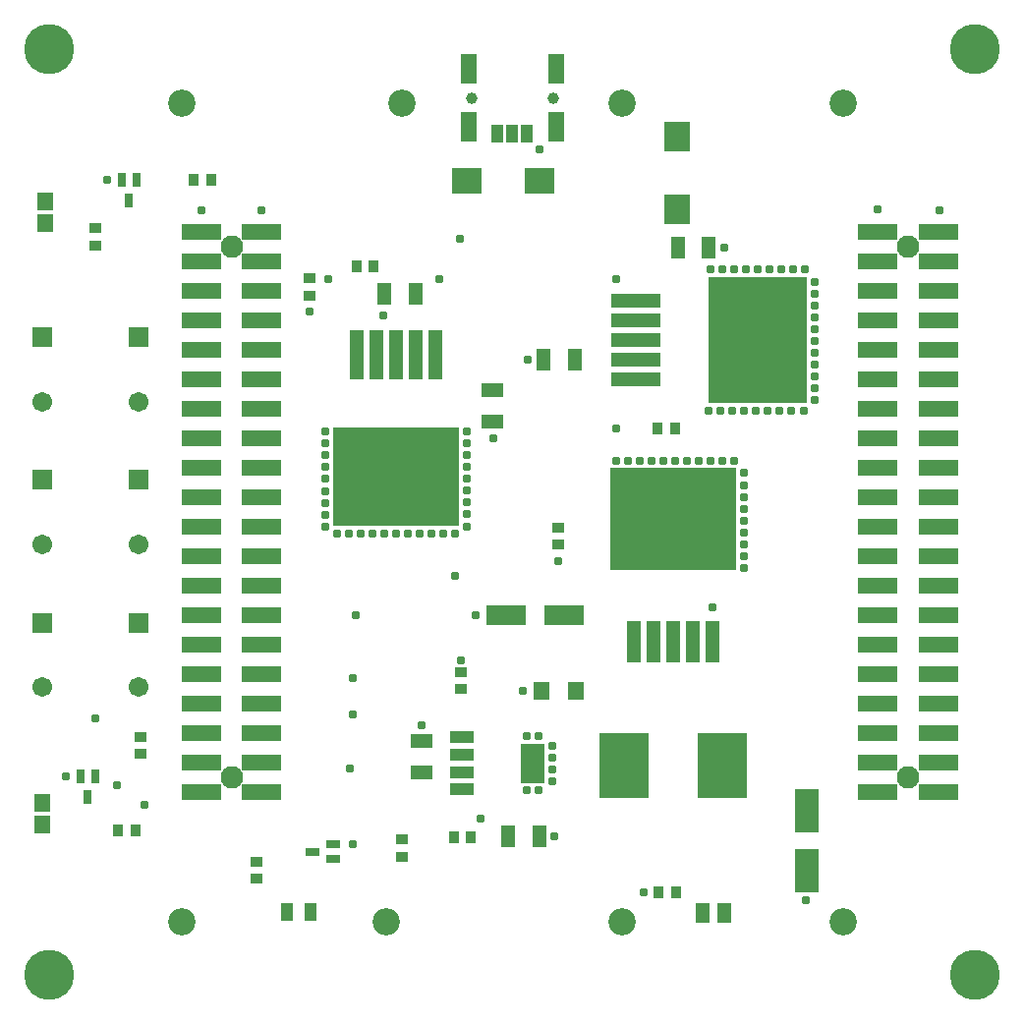
<source format=gts>
G04*
G04 #@! TF.GenerationSoftware,Altium Limited,Altium Designer,24.0.1 (36)*
G04*
G04 Layer_Color=8388736*
%FSLAX25Y25*%
%MOIN*%
G70*
G04*
G04 #@! TF.SameCoordinates,EC2407A8-7C3A-46FB-840E-4377B73232B9*
G04*
G04*
G04 #@! TF.FilePolarity,Negative*
G04*
G01*
G75*
%ADD39R,0.03556X0.04343*%
%ADD40R,0.04898X0.16698*%
%ADD41R,0.43099X0.33501*%
%ADD42R,0.07493X0.05131*%
%ADD43R,0.05131X0.07493*%
%ADD44R,0.04343X0.03556*%
%ADD45R,0.08280X0.04343*%
%ADD46R,0.08280X0.13398*%
%ADD47R,0.13398X0.07099*%
%ADD48R,0.16548X0.22453*%
%ADD49R,0.08083X0.14973*%
%ADD50R,0.13300X0.05288*%
%ADD51R,0.04737X0.14186*%
%ADD52R,0.42926X0.34658*%
%ADD53R,0.05131X0.02965*%
%ADD54R,0.05209X0.06194*%
%ADD55R,0.10249X0.08871*%
%ADD56R,0.08871X0.10249*%
%ADD57R,0.02965X0.05131*%
%ADD58R,0.03950X0.06312*%
%ADD59R,0.05524X0.10249*%
%ADD60R,0.04737X0.06509*%
%ADD61R,0.04343X0.06312*%
%ADD62R,0.16698X0.04898*%
%ADD63R,0.33501X0.43099*%
%ADD64R,0.05328X0.05918*%
%ADD65C,0.09245*%
%ADD66C,0.07608*%
%ADD67C,0.03950*%
%ADD68C,0.06741*%
%ADD69R,0.06741X0.06741*%
%ADD70C,0.17000*%
%ADD71C,0.03100*%
D39*
X11047Y-306400D02*
D03*
X16953D02*
D03*
X-58479Y-287632D02*
D03*
X-52573D02*
D03*
X-146737Y-64457D02*
D03*
X-140832D02*
D03*
X-91456Y-93752D02*
D03*
X-85550D02*
D03*
X10650Y-148784D02*
D03*
X16555D02*
D03*
X-172347Y-285092D02*
D03*
X-166442D02*
D03*
D40*
X-64616Y-123979D02*
D03*
X-91419D02*
D03*
X-78017D02*
D03*
X-84718D02*
D03*
X-71316D02*
D03*
D41*
X-78017Y-165129D02*
D03*
D42*
X-45259Y-135885D02*
D03*
Y-146515D02*
D03*
X-69304Y-254924D02*
D03*
Y-265553D02*
D03*
D43*
X-82118Y-103120D02*
D03*
X-71488D02*
D03*
X-40034Y-287167D02*
D03*
X-29405D02*
D03*
X28136Y-87494D02*
D03*
X17506D02*
D03*
X-17504Y-125507D02*
D03*
X-28133D02*
D03*
D44*
X-75985Y-294254D02*
D03*
Y-288348D02*
D03*
X-55916Y-231447D02*
D03*
Y-237353D02*
D03*
X-107422Y-97847D02*
D03*
Y-103753D02*
D03*
X-23073Y-188369D02*
D03*
Y-182463D02*
D03*
X-164670Y-253447D02*
D03*
Y-259353D02*
D03*
X-180040Y-81047D02*
D03*
Y-86953D02*
D03*
X-125200Y-295761D02*
D03*
Y-301666D02*
D03*
D45*
X-55807Y-271329D02*
D03*
Y-253613D02*
D03*
Y-259518D02*
D03*
Y-265424D02*
D03*
D46*
X-31791Y-262471D02*
D03*
D47*
X-40834Y-212197D02*
D03*
X-21149D02*
D03*
D48*
X32738Y-263203D02*
D03*
X-726D02*
D03*
D49*
X61200Y-299036D02*
D03*
Y-278564D02*
D03*
D50*
X-144029Y-82200D02*
D03*
Y-272200D02*
D03*
X-123537Y-82200D02*
D03*
X-144029Y-92200D02*
D03*
X-123537D02*
D03*
X-144029Y-102200D02*
D03*
X-123537D02*
D03*
X-144029Y-112200D02*
D03*
X-123537D02*
D03*
X-144029Y-122200D02*
D03*
X-123537D02*
D03*
X-144029Y-132200D02*
D03*
X-123537D02*
D03*
X-144029Y-142200D02*
D03*
X-123537D02*
D03*
X-144029Y-152200D02*
D03*
X-123537D02*
D03*
X-144029Y-162200D02*
D03*
X-123537D02*
D03*
X-144029Y-172200D02*
D03*
X-123537D02*
D03*
X-144029Y-182200D02*
D03*
X-123537D02*
D03*
X-144029Y-192200D02*
D03*
X-123537D02*
D03*
X-144029Y-202200D02*
D03*
X-123537D02*
D03*
X-144029Y-212200D02*
D03*
X-123537D02*
D03*
X-144029Y-222200D02*
D03*
X-123537D02*
D03*
X-144029Y-232200D02*
D03*
X-123537D02*
D03*
X-144029Y-242200D02*
D03*
X-123537D02*
D03*
X-144029Y-252200D02*
D03*
X-123537D02*
D03*
X-144029Y-262200D02*
D03*
X-123537D02*
D03*
Y-272200D02*
D03*
X85355D02*
D03*
Y-212200D02*
D03*
Y-222200D02*
D03*
Y-192200D02*
D03*
Y-202200D02*
D03*
Y-242200D02*
D03*
Y-232200D02*
D03*
Y-262200D02*
D03*
Y-252200D02*
D03*
Y-112200D02*
D03*
Y-132200D02*
D03*
Y-122200D02*
D03*
Y-92200D02*
D03*
Y-82200D02*
D03*
Y-102200D02*
D03*
Y-162200D02*
D03*
Y-152200D02*
D03*
Y-182200D02*
D03*
Y-172200D02*
D03*
Y-142200D02*
D03*
X105847Y-252200D02*
D03*
Y-242200D02*
D03*
Y-272200D02*
D03*
Y-262200D02*
D03*
Y-222200D02*
D03*
Y-212200D02*
D03*
Y-232200D02*
D03*
Y-102200D02*
D03*
Y-92200D02*
D03*
Y-122200D02*
D03*
Y-112200D02*
D03*
Y-82200D02*
D03*
Y-182200D02*
D03*
Y-172200D02*
D03*
Y-202200D02*
D03*
Y-192200D02*
D03*
Y-142200D02*
D03*
Y-132200D02*
D03*
Y-162200D02*
D03*
Y-152200D02*
D03*
D51*
X29272Y-221333D02*
D03*
X22580D02*
D03*
X15887D02*
D03*
X9194D02*
D03*
X2501D02*
D03*
D52*
X15887Y-179601D02*
D03*
D53*
X-99200Y-289846D02*
D03*
Y-294964D02*
D03*
X-106287Y-292405D02*
D03*
D54*
X-16940Y-238000D02*
D03*
X-28751D02*
D03*
D55*
X-53921Y-64977D02*
D03*
X-29511D02*
D03*
D56*
X17168Y-74410D02*
D03*
Y-50001D02*
D03*
D57*
X-168632Y-71543D02*
D03*
X-166073Y-64457D02*
D03*
X-171191D02*
D03*
X-185158Y-266884D02*
D03*
X-180040D02*
D03*
X-182599Y-273970D02*
D03*
D58*
X-43558Y-48808D02*
D03*
X-38559D02*
D03*
X-33558D02*
D03*
D59*
X-23677Y-26957D02*
D03*
X-53440D02*
D03*
Y-46643D02*
D03*
X-23677D02*
D03*
D60*
X25860Y-313200D02*
D03*
X33340D02*
D03*
D61*
X-107080Y-312872D02*
D03*
X-114954D02*
D03*
D62*
X3386Y-105435D02*
D03*
Y-132238D02*
D03*
Y-118836D02*
D03*
Y-112135D02*
D03*
Y-125537D02*
D03*
D63*
X44536Y-118836D02*
D03*
D64*
X-196873Y-71801D02*
D03*
Y-79282D02*
D03*
X-198000Y-275860D02*
D03*
Y-283340D02*
D03*
D65*
X-1201Y-316195D02*
D03*
X-81204D02*
D03*
X73603D02*
D03*
X-150807D02*
D03*
X-150806Y-38480D02*
D03*
X-76003D02*
D03*
X-1200D02*
D03*
X73603D02*
D03*
D66*
X-133785Y-87200D02*
D03*
Y-267200D02*
D03*
X95599D02*
D03*
Y-87200D02*
D03*
D67*
X-24858Y-36800D02*
D03*
X-52259D02*
D03*
D68*
X-165200Y-236611D02*
D03*
Y-188211D02*
D03*
X-198000Y-236611D02*
D03*
Y-188211D02*
D03*
X-165200Y-139811D02*
D03*
X-198000D02*
D03*
D69*
X-165200Y-214800D02*
D03*
Y-166400D02*
D03*
X-198000Y-214800D02*
D03*
Y-166400D02*
D03*
X-165200Y-118000D02*
D03*
X-198000D02*
D03*
D70*
X-195585Y-334126D02*
D03*
Y-20200D02*
D03*
X118402D02*
D03*
Y-334126D02*
D03*
D71*
X-29300Y-54300D02*
D03*
X-58082Y-198813D02*
D03*
X-92845Y-246040D02*
D03*
Y-233579D02*
D03*
X5968Y-306400D02*
D03*
X61135Y-308909D02*
D03*
X-69323Y-249441D02*
D03*
X-33200Y-125406D02*
D03*
X-101010Y-98144D02*
D03*
X-82278Y-110601D02*
D03*
X29272Y-209726D02*
D03*
X-51070Y-212197D02*
D03*
X-24475Y-287167D02*
D03*
X-23073Y-193818D02*
D03*
X-45185Y-152223D02*
D03*
X-3403Y-148953D02*
D03*
X-55881Y-227468D02*
D03*
X33184Y-87536D02*
D03*
X-56288Y-84541D02*
D03*
X-180040Y-247390D02*
D03*
X-3403Y-98144D02*
D03*
X-63503Y-98168D02*
D03*
X-107485Y-109077D02*
D03*
X-172741Y-269966D02*
D03*
X-91823Y-212200D02*
D03*
X106456Y-74738D02*
D03*
X85392Y-74628D02*
D03*
X-123733Y-75019D02*
D03*
X-144029Y-75010D02*
D03*
X-29823Y-253094D02*
D03*
X-33760D02*
D03*
X-25032Y-256568D02*
D03*
Y-260596D02*
D03*
Y-264536D02*
D03*
Y-268564D02*
D03*
X-33760Y-271704D02*
D03*
X-29823D02*
D03*
X-3403Y-159901D02*
D03*
X520D02*
D03*
X4578D02*
D03*
X8576D02*
D03*
X12573D02*
D03*
X16601D02*
D03*
X24566D02*
D03*
X20570D02*
D03*
X28593D02*
D03*
X32533D02*
D03*
X36561D02*
D03*
X39955Y-163918D02*
D03*
X39941Y-168118D02*
D03*
X39955Y-172118D02*
D03*
Y-176116D02*
D03*
X40000Y-180145D02*
D03*
Y-184237D02*
D03*
X40014Y-188145D02*
D03*
Y-192197D02*
D03*
X40007Y-196207D02*
D03*
X28044Y-143039D02*
D03*
X32054Y-143046D02*
D03*
X36106D02*
D03*
X40014Y-143032D02*
D03*
X44106D02*
D03*
X48135Y-142986D02*
D03*
X52133D02*
D03*
X56133Y-142972D02*
D03*
X60333Y-142986D02*
D03*
X63900Y-139197D02*
D03*
Y-135170D02*
D03*
Y-131230D02*
D03*
Y-127202D02*
D03*
Y-123207D02*
D03*
Y-119237D02*
D03*
Y-115209D02*
D03*
Y-111212D02*
D03*
Y-107215D02*
D03*
Y-103156D02*
D03*
Y-99233D02*
D03*
X60800Y-94797D02*
D03*
X56600Y-94784D02*
D03*
X52600Y-94797D02*
D03*
X48603D02*
D03*
X44574Y-94843D02*
D03*
X40481D02*
D03*
X36573Y-94857D02*
D03*
X28511Y-94850D02*
D03*
X32521Y-94857D02*
D03*
X-93646Y-264209D02*
D03*
X-163292Y-276497D02*
D03*
X-49376Y-281216D02*
D03*
X-58008Y-184600D02*
D03*
X-61932D02*
D03*
X-65990D02*
D03*
X-69988D02*
D03*
X-73985D02*
D03*
X-78013D02*
D03*
X-81982D02*
D03*
X-85978D02*
D03*
X-90005D02*
D03*
X-93945D02*
D03*
X-54098Y-149911D02*
D03*
X-54105Y-153921D02*
D03*
Y-157973D02*
D03*
X-54092Y-161881D02*
D03*
Y-165974D02*
D03*
X-54046Y-170003D02*
D03*
Y-174000D02*
D03*
X-54032Y-178000D02*
D03*
X-54046Y-182200D02*
D03*
X-97973Y-184600D02*
D03*
X-101948Y-182289D02*
D03*
X-101934Y-178089D02*
D03*
X-101948Y-174089D02*
D03*
Y-170092D02*
D03*
X-101993Y-166063D02*
D03*
Y-161970D02*
D03*
X-102007Y-158062D02*
D03*
Y-154010D02*
D03*
X-189909Y-266912D02*
D03*
X-35138Y-238000D02*
D03*
X-102000Y-150000D02*
D03*
X-176000Y-64457D02*
D03*
X-92794Y-289745D02*
D03*
M02*

</source>
